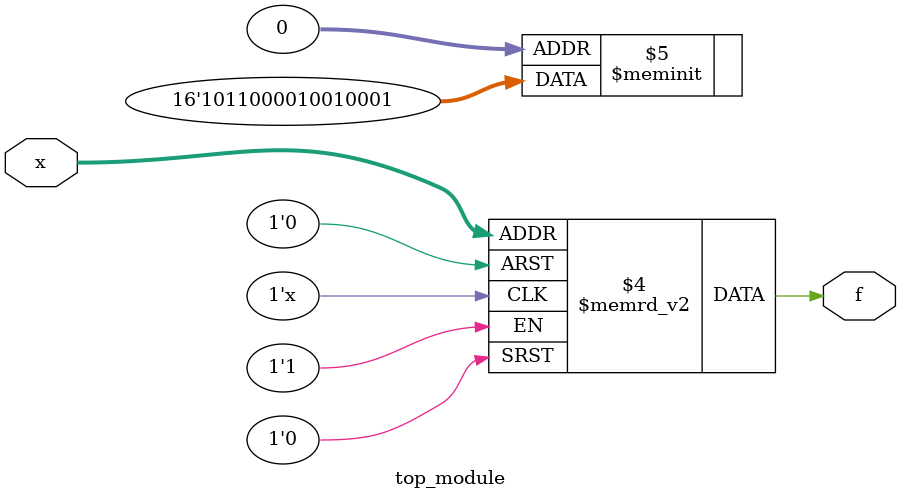
<source format=sv>
module top_module (
	input [4:1] x,
	output logic f
);

always_comb begin
	case(x)
		4'b0000: f = 1'b1;
		4'b0001: f = 1'b0;
		4'b0011: f = 1'b0;
		4'b0100: f = 1'b1;
		4'b0101: f = 1'b0;
		4'b0110: f = 1'b0;
		4'b0111: f = 1'b1;
		4'b1001: f = 1'b0;
		4'b1010: f = 1'b0;
		4'b1011: f = 1'b0;
		4'b1100: f = 1'b1;
		4'b1101: f = 1'b1;
		4'b1110: f = 1'b0;
		4'b1111: f = 1'b1;
		default: f = 1'b0;
	endcase
end

endmodule

</source>
